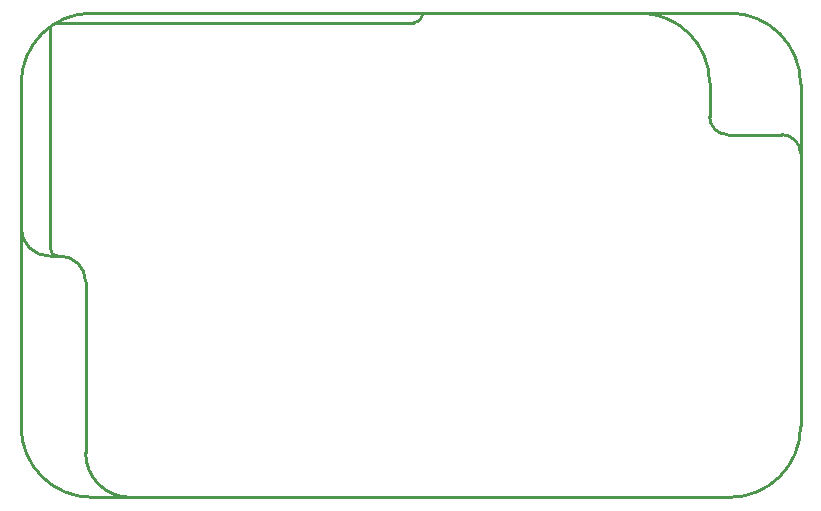
<source format=gko>
G04 Layer: BoardOutlineLayer*
G04 EasyEDA Pro v2.2.45.4, 2025-12-25 15:41:57*
G04 Gerber Generator version 0.3*
G04 Scale: 100 percent, Rotated: No, Reflected: No*
G04 Dimensions in millimeters*
G04 Leading zeros omitted, absolute positions, 4 integers and 5 decimals*
G04 Generated by custom config*
%FSLAX45Y45*%
%MOMM*%
%ADD10C,0.254*%
%ADD11C,0.5305*%
G75*


G04 PolygonModel Start*
G54D10*
G01X924079Y2100D02*
G02X546100Y380079I0J377979D01*
G01X546100Y1828800D01*
G03X330200Y2044700I-215900J0D01*
G01X241300Y2044700D01*
G02X0Y2286000I0J241300D01*
G01X0Y2371227D01*
G01X5239442Y4102100D02*
G02X5829300Y3512242I0J-589858D01*
G01X5829300Y3225800D01*
G03X5981700Y3073400I152400J0D01*
G01X6438900Y3073400D01*
G02X6600000Y2912300I0J-161100D01*
G01X6600000Y2797384D01*
G01X248694Y3986067D02*
G01X248694Y2106406D01*
G03X310400Y2044700I61706J0D01*
G01X305575Y4022044D02*
G01X3323554Y4022044D01*
G03X3403609Y4102100I0J80056D01*

G04 Rect Start*
G01X0Y602100D02*
G01X0Y3502100D01*
G02X600000Y4102100I600000J0D01*
G01X6000000Y4102100D01*
G02X6600000Y3502100I0J-600000D01*
G01X6600000Y602100D01*
G02X6000000Y2100I-600000J0D01*
G01X600000Y2100D01*
G02X0Y602100I0J600000D01*
G04 Rect End*

M02*


</source>
